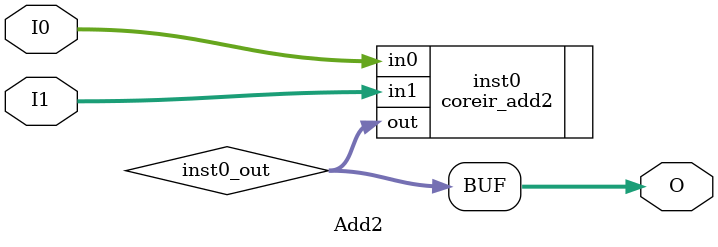
<source format=v>
module Add2 (input [1:0] I0, input [1:0] I1, output [1:0] O);
wire [1:0] inst0_out;
coreir_add2 inst0 (.in0(I0), .in1(I1), .out(inst0_out));
assign O = inst0_out;
endmodule


</source>
